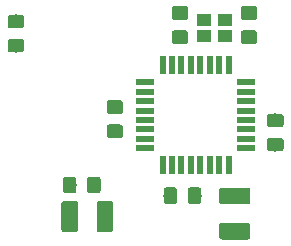
<source format=gbr>
G04 #@! TF.GenerationSoftware,KiCad,Pcbnew,(5.1.2-1)-1*
G04 #@! TF.CreationDate,2020-02-16T12:27:45-05:00*
G04 #@! TF.ProjectId,Delibird,44656c69-6269-4726-942e-6b696361645f,rev?*
G04 #@! TF.SameCoordinates,Original*
G04 #@! TF.FileFunction,Paste,Top*
G04 #@! TF.FilePolarity,Positive*
%FSLAX46Y46*%
G04 Gerber Fmt 4.6, Leading zero omitted, Abs format (unit mm)*
G04 Created by KiCad (PCBNEW (5.1.2-1)-1) date 2020-02-16 12:27:45*
%MOMM*%
%LPD*%
G04 APERTURE LIST*
%ADD10R,0.550000X1.600000*%
%ADD11R,1.600000X0.550000*%
%ADD12R,1.150000X1.000000*%
%ADD13C,0.100000*%
%ADD14C,1.425000*%
%ADD15C,1.150000*%
G04 APERTURE END LIST*
D10*
X37579000Y-29074000D03*
X36779000Y-29074000D03*
X35979000Y-29074000D03*
X35179000Y-29074000D03*
X34379000Y-29074000D03*
X33579000Y-29074000D03*
X32779000Y-29074000D03*
X31979000Y-29074000D03*
D11*
X30529000Y-27624000D03*
X30529000Y-26824000D03*
X30529000Y-26024000D03*
X30529000Y-25224000D03*
X30529000Y-24424000D03*
X30529000Y-23624000D03*
X30529000Y-22824000D03*
X30529000Y-22024000D03*
D10*
X31979000Y-20574000D03*
X32779000Y-20574000D03*
X33579000Y-20574000D03*
X34379000Y-20574000D03*
X35179000Y-20574000D03*
X35979000Y-20574000D03*
X36779000Y-20574000D03*
X37579000Y-20574000D03*
D11*
X39029000Y-22024000D03*
X39029000Y-22824000D03*
X39029000Y-23624000D03*
X39029000Y-24424000D03*
X39029000Y-25224000D03*
X39029000Y-26024000D03*
X39029000Y-26824000D03*
X39029000Y-27624000D03*
D12*
X35497800Y-16749800D03*
X37247800Y-16749800D03*
X37247800Y-18149800D03*
X35497800Y-18149800D03*
D13*
G36*
X39199504Y-33923204D02*
G01*
X39223773Y-33926804D01*
X39247571Y-33932765D01*
X39270671Y-33941030D01*
X39292849Y-33951520D01*
X39313893Y-33964133D01*
X39333598Y-33978747D01*
X39351777Y-33995223D01*
X39368253Y-34013402D01*
X39382867Y-34033107D01*
X39395480Y-34054151D01*
X39405970Y-34076329D01*
X39414235Y-34099429D01*
X39420196Y-34123227D01*
X39423796Y-34147496D01*
X39425000Y-34172000D01*
X39425000Y-35097000D01*
X39423796Y-35121504D01*
X39420196Y-35145773D01*
X39414235Y-35169571D01*
X39405970Y-35192671D01*
X39395480Y-35214849D01*
X39382867Y-35235893D01*
X39368253Y-35255598D01*
X39351777Y-35273777D01*
X39333598Y-35290253D01*
X39313893Y-35304867D01*
X39292849Y-35317480D01*
X39270671Y-35327970D01*
X39247571Y-35336235D01*
X39223773Y-35342196D01*
X39199504Y-35345796D01*
X39175000Y-35347000D01*
X37025000Y-35347000D01*
X37000496Y-35345796D01*
X36976227Y-35342196D01*
X36952429Y-35336235D01*
X36929329Y-35327970D01*
X36907151Y-35317480D01*
X36886107Y-35304867D01*
X36866402Y-35290253D01*
X36848223Y-35273777D01*
X36831747Y-35255598D01*
X36817133Y-35235893D01*
X36804520Y-35214849D01*
X36794030Y-35192671D01*
X36785765Y-35169571D01*
X36779804Y-35145773D01*
X36776204Y-35121504D01*
X36775000Y-35097000D01*
X36775000Y-34172000D01*
X36776204Y-34147496D01*
X36779804Y-34123227D01*
X36785765Y-34099429D01*
X36794030Y-34076329D01*
X36804520Y-34054151D01*
X36817133Y-34033107D01*
X36831747Y-34013402D01*
X36848223Y-33995223D01*
X36866402Y-33978747D01*
X36886107Y-33964133D01*
X36907151Y-33951520D01*
X36929329Y-33941030D01*
X36952429Y-33932765D01*
X36976227Y-33926804D01*
X37000496Y-33923204D01*
X37025000Y-33922000D01*
X39175000Y-33922000D01*
X39199504Y-33923204D01*
X39199504Y-33923204D01*
G37*
D14*
X38100000Y-34634500D03*
D13*
G36*
X39199504Y-30948204D02*
G01*
X39223773Y-30951804D01*
X39247571Y-30957765D01*
X39270671Y-30966030D01*
X39292849Y-30976520D01*
X39313893Y-30989133D01*
X39333598Y-31003747D01*
X39351777Y-31020223D01*
X39368253Y-31038402D01*
X39382867Y-31058107D01*
X39395480Y-31079151D01*
X39405970Y-31101329D01*
X39414235Y-31124429D01*
X39420196Y-31148227D01*
X39423796Y-31172496D01*
X39425000Y-31197000D01*
X39425000Y-32122000D01*
X39423796Y-32146504D01*
X39420196Y-32170773D01*
X39414235Y-32194571D01*
X39405970Y-32217671D01*
X39395480Y-32239849D01*
X39382867Y-32260893D01*
X39368253Y-32280598D01*
X39351777Y-32298777D01*
X39333598Y-32315253D01*
X39313893Y-32329867D01*
X39292849Y-32342480D01*
X39270671Y-32352970D01*
X39247571Y-32361235D01*
X39223773Y-32367196D01*
X39199504Y-32370796D01*
X39175000Y-32372000D01*
X37025000Y-32372000D01*
X37000496Y-32370796D01*
X36976227Y-32367196D01*
X36952429Y-32361235D01*
X36929329Y-32352970D01*
X36907151Y-32342480D01*
X36886107Y-32329867D01*
X36866402Y-32315253D01*
X36848223Y-32298777D01*
X36831747Y-32280598D01*
X36817133Y-32260893D01*
X36804520Y-32239849D01*
X36794030Y-32217671D01*
X36785765Y-32194571D01*
X36779804Y-32170773D01*
X36776204Y-32146504D01*
X36775000Y-32122000D01*
X36775000Y-31197000D01*
X36776204Y-31172496D01*
X36779804Y-31148227D01*
X36785765Y-31124429D01*
X36794030Y-31101329D01*
X36804520Y-31079151D01*
X36817133Y-31058107D01*
X36831747Y-31038402D01*
X36848223Y-31020223D01*
X36866402Y-31003747D01*
X36886107Y-30989133D01*
X36907151Y-30976520D01*
X36929329Y-30966030D01*
X36952429Y-30957765D01*
X36976227Y-30951804D01*
X37000496Y-30948204D01*
X37025000Y-30947000D01*
X39175000Y-30947000D01*
X39199504Y-30948204D01*
X39199504Y-30948204D01*
G37*
D14*
X38100000Y-31659500D03*
D13*
G36*
X27592004Y-32077204D02*
G01*
X27616273Y-32080804D01*
X27640071Y-32086765D01*
X27663171Y-32095030D01*
X27685349Y-32105520D01*
X27706393Y-32118133D01*
X27726098Y-32132747D01*
X27744277Y-32149223D01*
X27760753Y-32167402D01*
X27775367Y-32187107D01*
X27787980Y-32208151D01*
X27798470Y-32230329D01*
X27806735Y-32253429D01*
X27812696Y-32277227D01*
X27816296Y-32301496D01*
X27817500Y-32326000D01*
X27817500Y-34476000D01*
X27816296Y-34500504D01*
X27812696Y-34524773D01*
X27806735Y-34548571D01*
X27798470Y-34571671D01*
X27787980Y-34593849D01*
X27775367Y-34614893D01*
X27760753Y-34634598D01*
X27744277Y-34652777D01*
X27726098Y-34669253D01*
X27706393Y-34683867D01*
X27685349Y-34696480D01*
X27663171Y-34706970D01*
X27640071Y-34715235D01*
X27616273Y-34721196D01*
X27592004Y-34724796D01*
X27567500Y-34726000D01*
X26642500Y-34726000D01*
X26617996Y-34724796D01*
X26593727Y-34721196D01*
X26569929Y-34715235D01*
X26546829Y-34706970D01*
X26524651Y-34696480D01*
X26503607Y-34683867D01*
X26483902Y-34669253D01*
X26465723Y-34652777D01*
X26449247Y-34634598D01*
X26434633Y-34614893D01*
X26422020Y-34593849D01*
X26411530Y-34571671D01*
X26403265Y-34548571D01*
X26397304Y-34524773D01*
X26393704Y-34500504D01*
X26392500Y-34476000D01*
X26392500Y-32326000D01*
X26393704Y-32301496D01*
X26397304Y-32277227D01*
X26403265Y-32253429D01*
X26411530Y-32230329D01*
X26422020Y-32208151D01*
X26434633Y-32187107D01*
X26449247Y-32167402D01*
X26465723Y-32149223D01*
X26483902Y-32132747D01*
X26503607Y-32118133D01*
X26524651Y-32105520D01*
X26546829Y-32095030D01*
X26569929Y-32086765D01*
X26593727Y-32080804D01*
X26617996Y-32077204D01*
X26642500Y-32076000D01*
X27567500Y-32076000D01*
X27592004Y-32077204D01*
X27592004Y-32077204D01*
G37*
D14*
X27105000Y-33401000D03*
D13*
G36*
X24617004Y-32077204D02*
G01*
X24641273Y-32080804D01*
X24665071Y-32086765D01*
X24688171Y-32095030D01*
X24710349Y-32105520D01*
X24731393Y-32118133D01*
X24751098Y-32132747D01*
X24769277Y-32149223D01*
X24785753Y-32167402D01*
X24800367Y-32187107D01*
X24812980Y-32208151D01*
X24823470Y-32230329D01*
X24831735Y-32253429D01*
X24837696Y-32277227D01*
X24841296Y-32301496D01*
X24842500Y-32326000D01*
X24842500Y-34476000D01*
X24841296Y-34500504D01*
X24837696Y-34524773D01*
X24831735Y-34548571D01*
X24823470Y-34571671D01*
X24812980Y-34593849D01*
X24800367Y-34614893D01*
X24785753Y-34634598D01*
X24769277Y-34652777D01*
X24751098Y-34669253D01*
X24731393Y-34683867D01*
X24710349Y-34696480D01*
X24688171Y-34706970D01*
X24665071Y-34715235D01*
X24641273Y-34721196D01*
X24617004Y-34724796D01*
X24592500Y-34726000D01*
X23667500Y-34726000D01*
X23642996Y-34724796D01*
X23618727Y-34721196D01*
X23594929Y-34715235D01*
X23571829Y-34706970D01*
X23549651Y-34696480D01*
X23528607Y-34683867D01*
X23508902Y-34669253D01*
X23490723Y-34652777D01*
X23474247Y-34634598D01*
X23459633Y-34614893D01*
X23447020Y-34593849D01*
X23436530Y-34571671D01*
X23428265Y-34548571D01*
X23422304Y-34524773D01*
X23418704Y-34500504D01*
X23417500Y-34476000D01*
X23417500Y-32326000D01*
X23418704Y-32301496D01*
X23422304Y-32277227D01*
X23428265Y-32253429D01*
X23436530Y-32230329D01*
X23447020Y-32208151D01*
X23459633Y-32187107D01*
X23474247Y-32167402D01*
X23490723Y-32149223D01*
X23508902Y-32132747D01*
X23528607Y-32118133D01*
X23549651Y-32105520D01*
X23571829Y-32095030D01*
X23594929Y-32086765D01*
X23618727Y-32080804D01*
X23642996Y-32077204D01*
X23667500Y-32076000D01*
X24592500Y-32076000D01*
X24617004Y-32077204D01*
X24617004Y-32077204D01*
G37*
D14*
X24130000Y-33401000D03*
D13*
G36*
X32988505Y-30924204D02*
G01*
X33012773Y-30927804D01*
X33036572Y-30933765D01*
X33059671Y-30942030D01*
X33081850Y-30952520D01*
X33102893Y-30965132D01*
X33122599Y-30979747D01*
X33140777Y-30996223D01*
X33157253Y-31014401D01*
X33171868Y-31034107D01*
X33184480Y-31055150D01*
X33194970Y-31077329D01*
X33203235Y-31100428D01*
X33209196Y-31124227D01*
X33212796Y-31148495D01*
X33214000Y-31172999D01*
X33214000Y-32073001D01*
X33212796Y-32097505D01*
X33209196Y-32121773D01*
X33203235Y-32145572D01*
X33194970Y-32168671D01*
X33184480Y-32190850D01*
X33171868Y-32211893D01*
X33157253Y-32231599D01*
X33140777Y-32249777D01*
X33122599Y-32266253D01*
X33102893Y-32280868D01*
X33081850Y-32293480D01*
X33059671Y-32303970D01*
X33036572Y-32312235D01*
X33012773Y-32318196D01*
X32988505Y-32321796D01*
X32964001Y-32323000D01*
X32313999Y-32323000D01*
X32289495Y-32321796D01*
X32265227Y-32318196D01*
X32241428Y-32312235D01*
X32218329Y-32303970D01*
X32196150Y-32293480D01*
X32175107Y-32280868D01*
X32155401Y-32266253D01*
X32137223Y-32249777D01*
X32120747Y-32231599D01*
X32106132Y-32211893D01*
X32093520Y-32190850D01*
X32083030Y-32168671D01*
X32074765Y-32145572D01*
X32068804Y-32121773D01*
X32065204Y-32097505D01*
X32064000Y-32073001D01*
X32064000Y-31172999D01*
X32065204Y-31148495D01*
X32068804Y-31124227D01*
X32074765Y-31100428D01*
X32083030Y-31077329D01*
X32093520Y-31055150D01*
X32106132Y-31034107D01*
X32120747Y-31014401D01*
X32137223Y-30996223D01*
X32155401Y-30979747D01*
X32175107Y-30965132D01*
X32196150Y-30952520D01*
X32218329Y-30942030D01*
X32241428Y-30933765D01*
X32265227Y-30927804D01*
X32289495Y-30924204D01*
X32313999Y-30923000D01*
X32964001Y-30923000D01*
X32988505Y-30924204D01*
X32988505Y-30924204D01*
G37*
D15*
X32639000Y-31623000D03*
D13*
G36*
X35038505Y-30924204D02*
G01*
X35062773Y-30927804D01*
X35086572Y-30933765D01*
X35109671Y-30942030D01*
X35131850Y-30952520D01*
X35152893Y-30965132D01*
X35172599Y-30979747D01*
X35190777Y-30996223D01*
X35207253Y-31014401D01*
X35221868Y-31034107D01*
X35234480Y-31055150D01*
X35244970Y-31077329D01*
X35253235Y-31100428D01*
X35259196Y-31124227D01*
X35262796Y-31148495D01*
X35264000Y-31172999D01*
X35264000Y-32073001D01*
X35262796Y-32097505D01*
X35259196Y-32121773D01*
X35253235Y-32145572D01*
X35244970Y-32168671D01*
X35234480Y-32190850D01*
X35221868Y-32211893D01*
X35207253Y-32231599D01*
X35190777Y-32249777D01*
X35172599Y-32266253D01*
X35152893Y-32280868D01*
X35131850Y-32293480D01*
X35109671Y-32303970D01*
X35086572Y-32312235D01*
X35062773Y-32318196D01*
X35038505Y-32321796D01*
X35014001Y-32323000D01*
X34363999Y-32323000D01*
X34339495Y-32321796D01*
X34315227Y-32318196D01*
X34291428Y-32312235D01*
X34268329Y-32303970D01*
X34246150Y-32293480D01*
X34225107Y-32280868D01*
X34205401Y-32266253D01*
X34187223Y-32249777D01*
X34170747Y-32231599D01*
X34156132Y-32211893D01*
X34143520Y-32190850D01*
X34133030Y-32168671D01*
X34124765Y-32145572D01*
X34118804Y-32121773D01*
X34115204Y-32097505D01*
X34114000Y-32073001D01*
X34114000Y-31172999D01*
X34115204Y-31148495D01*
X34118804Y-31124227D01*
X34124765Y-31100428D01*
X34133030Y-31077329D01*
X34143520Y-31055150D01*
X34156132Y-31034107D01*
X34170747Y-31014401D01*
X34187223Y-30996223D01*
X34205401Y-30979747D01*
X34225107Y-30965132D01*
X34246150Y-30952520D01*
X34268329Y-30942030D01*
X34291428Y-30933765D01*
X34315227Y-30927804D01*
X34339495Y-30924204D01*
X34363999Y-30923000D01*
X35014001Y-30923000D01*
X35038505Y-30924204D01*
X35038505Y-30924204D01*
G37*
D15*
X34689000Y-31623000D03*
D13*
G36*
X42003505Y-26740204D02*
G01*
X42027773Y-26743804D01*
X42051572Y-26749765D01*
X42074671Y-26758030D01*
X42096850Y-26768520D01*
X42117893Y-26781132D01*
X42137599Y-26795747D01*
X42155777Y-26812223D01*
X42172253Y-26830401D01*
X42186868Y-26850107D01*
X42199480Y-26871150D01*
X42209970Y-26893329D01*
X42218235Y-26916428D01*
X42224196Y-26940227D01*
X42227796Y-26964495D01*
X42229000Y-26988999D01*
X42229000Y-27639001D01*
X42227796Y-27663505D01*
X42224196Y-27687773D01*
X42218235Y-27711572D01*
X42209970Y-27734671D01*
X42199480Y-27756850D01*
X42186868Y-27777893D01*
X42172253Y-27797599D01*
X42155777Y-27815777D01*
X42137599Y-27832253D01*
X42117893Y-27846868D01*
X42096850Y-27859480D01*
X42074671Y-27869970D01*
X42051572Y-27878235D01*
X42027773Y-27884196D01*
X42003505Y-27887796D01*
X41979001Y-27889000D01*
X41078999Y-27889000D01*
X41054495Y-27887796D01*
X41030227Y-27884196D01*
X41006428Y-27878235D01*
X40983329Y-27869970D01*
X40961150Y-27859480D01*
X40940107Y-27846868D01*
X40920401Y-27832253D01*
X40902223Y-27815777D01*
X40885747Y-27797599D01*
X40871132Y-27777893D01*
X40858520Y-27756850D01*
X40848030Y-27734671D01*
X40839765Y-27711572D01*
X40833804Y-27687773D01*
X40830204Y-27663505D01*
X40829000Y-27639001D01*
X40829000Y-26988999D01*
X40830204Y-26964495D01*
X40833804Y-26940227D01*
X40839765Y-26916428D01*
X40848030Y-26893329D01*
X40858520Y-26871150D01*
X40871132Y-26850107D01*
X40885747Y-26830401D01*
X40902223Y-26812223D01*
X40920401Y-26795747D01*
X40940107Y-26781132D01*
X40961150Y-26768520D01*
X40983329Y-26758030D01*
X41006428Y-26749765D01*
X41030227Y-26743804D01*
X41054495Y-26740204D01*
X41078999Y-26739000D01*
X41979001Y-26739000D01*
X42003505Y-26740204D01*
X42003505Y-26740204D01*
G37*
D15*
X41529000Y-27314000D03*
D13*
G36*
X42003505Y-24690204D02*
G01*
X42027773Y-24693804D01*
X42051572Y-24699765D01*
X42074671Y-24708030D01*
X42096850Y-24718520D01*
X42117893Y-24731132D01*
X42137599Y-24745747D01*
X42155777Y-24762223D01*
X42172253Y-24780401D01*
X42186868Y-24800107D01*
X42199480Y-24821150D01*
X42209970Y-24843329D01*
X42218235Y-24866428D01*
X42224196Y-24890227D01*
X42227796Y-24914495D01*
X42229000Y-24938999D01*
X42229000Y-25589001D01*
X42227796Y-25613505D01*
X42224196Y-25637773D01*
X42218235Y-25661572D01*
X42209970Y-25684671D01*
X42199480Y-25706850D01*
X42186868Y-25727893D01*
X42172253Y-25747599D01*
X42155777Y-25765777D01*
X42137599Y-25782253D01*
X42117893Y-25796868D01*
X42096850Y-25809480D01*
X42074671Y-25819970D01*
X42051572Y-25828235D01*
X42027773Y-25834196D01*
X42003505Y-25837796D01*
X41979001Y-25839000D01*
X41078999Y-25839000D01*
X41054495Y-25837796D01*
X41030227Y-25834196D01*
X41006428Y-25828235D01*
X40983329Y-25819970D01*
X40961150Y-25809480D01*
X40940107Y-25796868D01*
X40920401Y-25782253D01*
X40902223Y-25765777D01*
X40885747Y-25747599D01*
X40871132Y-25727893D01*
X40858520Y-25706850D01*
X40848030Y-25684671D01*
X40839765Y-25661572D01*
X40833804Y-25637773D01*
X40830204Y-25613505D01*
X40829000Y-25589001D01*
X40829000Y-24938999D01*
X40830204Y-24914495D01*
X40833804Y-24890227D01*
X40839765Y-24866428D01*
X40848030Y-24843329D01*
X40858520Y-24821150D01*
X40871132Y-24800107D01*
X40885747Y-24780401D01*
X40902223Y-24762223D01*
X40920401Y-24745747D01*
X40940107Y-24731132D01*
X40961150Y-24718520D01*
X40983329Y-24708030D01*
X41006428Y-24699765D01*
X41030227Y-24693804D01*
X41054495Y-24690204D01*
X41078999Y-24689000D01*
X41979001Y-24689000D01*
X42003505Y-24690204D01*
X42003505Y-24690204D01*
G37*
D15*
X41529000Y-25264000D03*
D13*
G36*
X28414505Y-25606204D02*
G01*
X28438773Y-25609804D01*
X28462572Y-25615765D01*
X28485671Y-25624030D01*
X28507850Y-25634520D01*
X28528893Y-25647132D01*
X28548599Y-25661747D01*
X28566777Y-25678223D01*
X28583253Y-25696401D01*
X28597868Y-25716107D01*
X28610480Y-25737150D01*
X28620970Y-25759329D01*
X28629235Y-25782428D01*
X28635196Y-25806227D01*
X28638796Y-25830495D01*
X28640000Y-25854999D01*
X28640000Y-26505001D01*
X28638796Y-26529505D01*
X28635196Y-26553773D01*
X28629235Y-26577572D01*
X28620970Y-26600671D01*
X28610480Y-26622850D01*
X28597868Y-26643893D01*
X28583253Y-26663599D01*
X28566777Y-26681777D01*
X28548599Y-26698253D01*
X28528893Y-26712868D01*
X28507850Y-26725480D01*
X28485671Y-26735970D01*
X28462572Y-26744235D01*
X28438773Y-26750196D01*
X28414505Y-26753796D01*
X28390001Y-26755000D01*
X27489999Y-26755000D01*
X27465495Y-26753796D01*
X27441227Y-26750196D01*
X27417428Y-26744235D01*
X27394329Y-26735970D01*
X27372150Y-26725480D01*
X27351107Y-26712868D01*
X27331401Y-26698253D01*
X27313223Y-26681777D01*
X27296747Y-26663599D01*
X27282132Y-26643893D01*
X27269520Y-26622850D01*
X27259030Y-26600671D01*
X27250765Y-26577572D01*
X27244804Y-26553773D01*
X27241204Y-26529505D01*
X27240000Y-26505001D01*
X27240000Y-25854999D01*
X27241204Y-25830495D01*
X27244804Y-25806227D01*
X27250765Y-25782428D01*
X27259030Y-25759329D01*
X27269520Y-25737150D01*
X27282132Y-25716107D01*
X27296747Y-25696401D01*
X27313223Y-25678223D01*
X27331401Y-25661747D01*
X27351107Y-25647132D01*
X27372150Y-25634520D01*
X27394329Y-25624030D01*
X27417428Y-25615765D01*
X27441227Y-25609804D01*
X27465495Y-25606204D01*
X27489999Y-25605000D01*
X28390001Y-25605000D01*
X28414505Y-25606204D01*
X28414505Y-25606204D01*
G37*
D15*
X27940000Y-26180000D03*
D13*
G36*
X28414505Y-23556204D02*
G01*
X28438773Y-23559804D01*
X28462572Y-23565765D01*
X28485671Y-23574030D01*
X28507850Y-23584520D01*
X28528893Y-23597132D01*
X28548599Y-23611747D01*
X28566777Y-23628223D01*
X28583253Y-23646401D01*
X28597868Y-23666107D01*
X28610480Y-23687150D01*
X28620970Y-23709329D01*
X28629235Y-23732428D01*
X28635196Y-23756227D01*
X28638796Y-23780495D01*
X28640000Y-23804999D01*
X28640000Y-24455001D01*
X28638796Y-24479505D01*
X28635196Y-24503773D01*
X28629235Y-24527572D01*
X28620970Y-24550671D01*
X28610480Y-24572850D01*
X28597868Y-24593893D01*
X28583253Y-24613599D01*
X28566777Y-24631777D01*
X28548599Y-24648253D01*
X28528893Y-24662868D01*
X28507850Y-24675480D01*
X28485671Y-24685970D01*
X28462572Y-24694235D01*
X28438773Y-24700196D01*
X28414505Y-24703796D01*
X28390001Y-24705000D01*
X27489999Y-24705000D01*
X27465495Y-24703796D01*
X27441227Y-24700196D01*
X27417428Y-24694235D01*
X27394329Y-24685970D01*
X27372150Y-24675480D01*
X27351107Y-24662868D01*
X27331401Y-24648253D01*
X27313223Y-24631777D01*
X27296747Y-24613599D01*
X27282132Y-24593893D01*
X27269520Y-24572850D01*
X27259030Y-24550671D01*
X27250765Y-24527572D01*
X27244804Y-24503773D01*
X27241204Y-24479505D01*
X27240000Y-24455001D01*
X27240000Y-23804999D01*
X27241204Y-23780495D01*
X27244804Y-23756227D01*
X27250765Y-23732428D01*
X27259030Y-23709329D01*
X27269520Y-23687150D01*
X27282132Y-23666107D01*
X27296747Y-23646401D01*
X27313223Y-23628223D01*
X27331401Y-23611747D01*
X27351107Y-23597132D01*
X27372150Y-23584520D01*
X27394329Y-23574030D01*
X27417428Y-23565765D01*
X27441227Y-23559804D01*
X27465495Y-23556204D01*
X27489999Y-23555000D01*
X28390001Y-23555000D01*
X28414505Y-23556204D01*
X28414505Y-23556204D01*
G37*
D15*
X27940000Y-24130000D03*
D13*
G36*
X20032505Y-18358204D02*
G01*
X20056773Y-18361804D01*
X20080572Y-18367765D01*
X20103671Y-18376030D01*
X20125850Y-18386520D01*
X20146893Y-18399132D01*
X20166599Y-18413747D01*
X20184777Y-18430223D01*
X20201253Y-18448401D01*
X20215868Y-18468107D01*
X20228480Y-18489150D01*
X20238970Y-18511329D01*
X20247235Y-18534428D01*
X20253196Y-18558227D01*
X20256796Y-18582495D01*
X20258000Y-18606999D01*
X20258000Y-19257001D01*
X20256796Y-19281505D01*
X20253196Y-19305773D01*
X20247235Y-19329572D01*
X20238970Y-19352671D01*
X20228480Y-19374850D01*
X20215868Y-19395893D01*
X20201253Y-19415599D01*
X20184777Y-19433777D01*
X20166599Y-19450253D01*
X20146893Y-19464868D01*
X20125850Y-19477480D01*
X20103671Y-19487970D01*
X20080572Y-19496235D01*
X20056773Y-19502196D01*
X20032505Y-19505796D01*
X20008001Y-19507000D01*
X19107999Y-19507000D01*
X19083495Y-19505796D01*
X19059227Y-19502196D01*
X19035428Y-19496235D01*
X19012329Y-19487970D01*
X18990150Y-19477480D01*
X18969107Y-19464868D01*
X18949401Y-19450253D01*
X18931223Y-19433777D01*
X18914747Y-19415599D01*
X18900132Y-19395893D01*
X18887520Y-19374850D01*
X18877030Y-19352671D01*
X18868765Y-19329572D01*
X18862804Y-19305773D01*
X18859204Y-19281505D01*
X18858000Y-19257001D01*
X18858000Y-18606999D01*
X18859204Y-18582495D01*
X18862804Y-18558227D01*
X18868765Y-18534428D01*
X18877030Y-18511329D01*
X18887520Y-18489150D01*
X18900132Y-18468107D01*
X18914747Y-18448401D01*
X18931223Y-18430223D01*
X18949401Y-18413747D01*
X18969107Y-18399132D01*
X18990150Y-18386520D01*
X19012329Y-18376030D01*
X19035428Y-18367765D01*
X19059227Y-18361804D01*
X19083495Y-18358204D01*
X19107999Y-18357000D01*
X20008001Y-18357000D01*
X20032505Y-18358204D01*
X20032505Y-18358204D01*
G37*
D15*
X19558000Y-18932000D03*
D13*
G36*
X20032505Y-16308204D02*
G01*
X20056773Y-16311804D01*
X20080572Y-16317765D01*
X20103671Y-16326030D01*
X20125850Y-16336520D01*
X20146893Y-16349132D01*
X20166599Y-16363747D01*
X20184777Y-16380223D01*
X20201253Y-16398401D01*
X20215868Y-16418107D01*
X20228480Y-16439150D01*
X20238970Y-16461329D01*
X20247235Y-16484428D01*
X20253196Y-16508227D01*
X20256796Y-16532495D01*
X20258000Y-16556999D01*
X20258000Y-17207001D01*
X20256796Y-17231505D01*
X20253196Y-17255773D01*
X20247235Y-17279572D01*
X20238970Y-17302671D01*
X20228480Y-17324850D01*
X20215868Y-17345893D01*
X20201253Y-17365599D01*
X20184777Y-17383777D01*
X20166599Y-17400253D01*
X20146893Y-17414868D01*
X20125850Y-17427480D01*
X20103671Y-17437970D01*
X20080572Y-17446235D01*
X20056773Y-17452196D01*
X20032505Y-17455796D01*
X20008001Y-17457000D01*
X19107999Y-17457000D01*
X19083495Y-17455796D01*
X19059227Y-17452196D01*
X19035428Y-17446235D01*
X19012329Y-17437970D01*
X18990150Y-17427480D01*
X18969107Y-17414868D01*
X18949401Y-17400253D01*
X18931223Y-17383777D01*
X18914747Y-17365599D01*
X18900132Y-17345893D01*
X18887520Y-17324850D01*
X18877030Y-17302671D01*
X18868765Y-17279572D01*
X18862804Y-17255773D01*
X18859204Y-17231505D01*
X18858000Y-17207001D01*
X18858000Y-16556999D01*
X18859204Y-16532495D01*
X18862804Y-16508227D01*
X18868765Y-16484428D01*
X18877030Y-16461329D01*
X18887520Y-16439150D01*
X18900132Y-16418107D01*
X18914747Y-16398401D01*
X18931223Y-16380223D01*
X18949401Y-16363747D01*
X18969107Y-16349132D01*
X18990150Y-16336520D01*
X19012329Y-16326030D01*
X19035428Y-16317765D01*
X19059227Y-16311804D01*
X19083495Y-16308204D01*
X19107999Y-16307000D01*
X20008001Y-16307000D01*
X20032505Y-16308204D01*
X20032505Y-16308204D01*
G37*
D15*
X19558000Y-16882000D03*
D13*
G36*
X33926305Y-15588004D02*
G01*
X33950573Y-15591604D01*
X33974372Y-15597565D01*
X33997471Y-15605830D01*
X34019650Y-15616320D01*
X34040693Y-15628932D01*
X34060399Y-15643547D01*
X34078577Y-15660023D01*
X34095053Y-15678201D01*
X34109668Y-15697907D01*
X34122280Y-15718950D01*
X34132770Y-15741129D01*
X34141035Y-15764228D01*
X34146996Y-15788027D01*
X34150596Y-15812295D01*
X34151800Y-15836799D01*
X34151800Y-16486801D01*
X34150596Y-16511305D01*
X34146996Y-16535573D01*
X34141035Y-16559372D01*
X34132770Y-16582471D01*
X34122280Y-16604650D01*
X34109668Y-16625693D01*
X34095053Y-16645399D01*
X34078577Y-16663577D01*
X34060399Y-16680053D01*
X34040693Y-16694668D01*
X34019650Y-16707280D01*
X33997471Y-16717770D01*
X33974372Y-16726035D01*
X33950573Y-16731996D01*
X33926305Y-16735596D01*
X33901801Y-16736800D01*
X33001799Y-16736800D01*
X32977295Y-16735596D01*
X32953027Y-16731996D01*
X32929228Y-16726035D01*
X32906129Y-16717770D01*
X32883950Y-16707280D01*
X32862907Y-16694668D01*
X32843201Y-16680053D01*
X32825023Y-16663577D01*
X32808547Y-16645399D01*
X32793932Y-16625693D01*
X32781320Y-16604650D01*
X32770830Y-16582471D01*
X32762565Y-16559372D01*
X32756604Y-16535573D01*
X32753004Y-16511305D01*
X32751800Y-16486801D01*
X32751800Y-15836799D01*
X32753004Y-15812295D01*
X32756604Y-15788027D01*
X32762565Y-15764228D01*
X32770830Y-15741129D01*
X32781320Y-15718950D01*
X32793932Y-15697907D01*
X32808547Y-15678201D01*
X32825023Y-15660023D01*
X32843201Y-15643547D01*
X32862907Y-15628932D01*
X32883950Y-15616320D01*
X32906129Y-15605830D01*
X32929228Y-15597565D01*
X32953027Y-15591604D01*
X32977295Y-15588004D01*
X33001799Y-15586800D01*
X33901801Y-15586800D01*
X33926305Y-15588004D01*
X33926305Y-15588004D01*
G37*
D15*
X33451800Y-16161800D03*
D13*
G36*
X33926305Y-17638004D02*
G01*
X33950573Y-17641604D01*
X33974372Y-17647565D01*
X33997471Y-17655830D01*
X34019650Y-17666320D01*
X34040693Y-17678932D01*
X34060399Y-17693547D01*
X34078577Y-17710023D01*
X34095053Y-17728201D01*
X34109668Y-17747907D01*
X34122280Y-17768950D01*
X34132770Y-17791129D01*
X34141035Y-17814228D01*
X34146996Y-17838027D01*
X34150596Y-17862295D01*
X34151800Y-17886799D01*
X34151800Y-18536801D01*
X34150596Y-18561305D01*
X34146996Y-18585573D01*
X34141035Y-18609372D01*
X34132770Y-18632471D01*
X34122280Y-18654650D01*
X34109668Y-18675693D01*
X34095053Y-18695399D01*
X34078577Y-18713577D01*
X34060399Y-18730053D01*
X34040693Y-18744668D01*
X34019650Y-18757280D01*
X33997471Y-18767770D01*
X33974372Y-18776035D01*
X33950573Y-18781996D01*
X33926305Y-18785596D01*
X33901801Y-18786800D01*
X33001799Y-18786800D01*
X32977295Y-18785596D01*
X32953027Y-18781996D01*
X32929228Y-18776035D01*
X32906129Y-18767770D01*
X32883950Y-18757280D01*
X32862907Y-18744668D01*
X32843201Y-18730053D01*
X32825023Y-18713577D01*
X32808547Y-18695399D01*
X32793932Y-18675693D01*
X32781320Y-18654650D01*
X32770830Y-18632471D01*
X32762565Y-18609372D01*
X32756604Y-18585573D01*
X32753004Y-18561305D01*
X32751800Y-18536801D01*
X32751800Y-17886799D01*
X32753004Y-17862295D01*
X32756604Y-17838027D01*
X32762565Y-17814228D01*
X32770830Y-17791129D01*
X32781320Y-17768950D01*
X32793932Y-17747907D01*
X32808547Y-17728201D01*
X32825023Y-17710023D01*
X32843201Y-17693547D01*
X32862907Y-17678932D01*
X32883950Y-17666320D01*
X32906129Y-17655830D01*
X32929228Y-17647565D01*
X32953027Y-17641604D01*
X32977295Y-17638004D01*
X33001799Y-17636800D01*
X33901801Y-17636800D01*
X33926305Y-17638004D01*
X33926305Y-17638004D01*
G37*
D15*
X33451800Y-18211800D03*
D13*
G36*
X39768305Y-15588004D02*
G01*
X39792573Y-15591604D01*
X39816372Y-15597565D01*
X39839471Y-15605830D01*
X39861650Y-15616320D01*
X39882693Y-15628932D01*
X39902399Y-15643547D01*
X39920577Y-15660023D01*
X39937053Y-15678201D01*
X39951668Y-15697907D01*
X39964280Y-15718950D01*
X39974770Y-15741129D01*
X39983035Y-15764228D01*
X39988996Y-15788027D01*
X39992596Y-15812295D01*
X39993800Y-15836799D01*
X39993800Y-16486801D01*
X39992596Y-16511305D01*
X39988996Y-16535573D01*
X39983035Y-16559372D01*
X39974770Y-16582471D01*
X39964280Y-16604650D01*
X39951668Y-16625693D01*
X39937053Y-16645399D01*
X39920577Y-16663577D01*
X39902399Y-16680053D01*
X39882693Y-16694668D01*
X39861650Y-16707280D01*
X39839471Y-16717770D01*
X39816372Y-16726035D01*
X39792573Y-16731996D01*
X39768305Y-16735596D01*
X39743801Y-16736800D01*
X38843799Y-16736800D01*
X38819295Y-16735596D01*
X38795027Y-16731996D01*
X38771228Y-16726035D01*
X38748129Y-16717770D01*
X38725950Y-16707280D01*
X38704907Y-16694668D01*
X38685201Y-16680053D01*
X38667023Y-16663577D01*
X38650547Y-16645399D01*
X38635932Y-16625693D01*
X38623320Y-16604650D01*
X38612830Y-16582471D01*
X38604565Y-16559372D01*
X38598604Y-16535573D01*
X38595004Y-16511305D01*
X38593800Y-16486801D01*
X38593800Y-15836799D01*
X38595004Y-15812295D01*
X38598604Y-15788027D01*
X38604565Y-15764228D01*
X38612830Y-15741129D01*
X38623320Y-15718950D01*
X38635932Y-15697907D01*
X38650547Y-15678201D01*
X38667023Y-15660023D01*
X38685201Y-15643547D01*
X38704907Y-15628932D01*
X38725950Y-15616320D01*
X38748129Y-15605830D01*
X38771228Y-15597565D01*
X38795027Y-15591604D01*
X38819295Y-15588004D01*
X38843799Y-15586800D01*
X39743801Y-15586800D01*
X39768305Y-15588004D01*
X39768305Y-15588004D01*
G37*
D15*
X39293800Y-16161800D03*
D13*
G36*
X39768305Y-17638004D02*
G01*
X39792573Y-17641604D01*
X39816372Y-17647565D01*
X39839471Y-17655830D01*
X39861650Y-17666320D01*
X39882693Y-17678932D01*
X39902399Y-17693547D01*
X39920577Y-17710023D01*
X39937053Y-17728201D01*
X39951668Y-17747907D01*
X39964280Y-17768950D01*
X39974770Y-17791129D01*
X39983035Y-17814228D01*
X39988996Y-17838027D01*
X39992596Y-17862295D01*
X39993800Y-17886799D01*
X39993800Y-18536801D01*
X39992596Y-18561305D01*
X39988996Y-18585573D01*
X39983035Y-18609372D01*
X39974770Y-18632471D01*
X39964280Y-18654650D01*
X39951668Y-18675693D01*
X39937053Y-18695399D01*
X39920577Y-18713577D01*
X39902399Y-18730053D01*
X39882693Y-18744668D01*
X39861650Y-18757280D01*
X39839471Y-18767770D01*
X39816372Y-18776035D01*
X39792573Y-18781996D01*
X39768305Y-18785596D01*
X39743801Y-18786800D01*
X38843799Y-18786800D01*
X38819295Y-18785596D01*
X38795027Y-18781996D01*
X38771228Y-18776035D01*
X38748129Y-18767770D01*
X38725950Y-18757280D01*
X38704907Y-18744668D01*
X38685201Y-18730053D01*
X38667023Y-18713577D01*
X38650547Y-18695399D01*
X38635932Y-18675693D01*
X38623320Y-18654650D01*
X38612830Y-18632471D01*
X38604565Y-18609372D01*
X38598604Y-18585573D01*
X38595004Y-18561305D01*
X38593800Y-18536801D01*
X38593800Y-17886799D01*
X38595004Y-17862295D01*
X38598604Y-17838027D01*
X38604565Y-17814228D01*
X38612830Y-17791129D01*
X38623320Y-17768950D01*
X38635932Y-17747907D01*
X38650547Y-17728201D01*
X38667023Y-17710023D01*
X38685201Y-17693547D01*
X38704907Y-17678932D01*
X38725950Y-17666320D01*
X38748129Y-17655830D01*
X38771228Y-17647565D01*
X38795027Y-17641604D01*
X38819295Y-17638004D01*
X38843799Y-17636800D01*
X39743801Y-17636800D01*
X39768305Y-17638004D01*
X39768305Y-17638004D01*
G37*
D15*
X39293800Y-18211800D03*
D13*
G36*
X26520505Y-30035204D02*
G01*
X26544773Y-30038804D01*
X26568572Y-30044765D01*
X26591671Y-30053030D01*
X26613850Y-30063520D01*
X26634893Y-30076132D01*
X26654599Y-30090747D01*
X26672777Y-30107223D01*
X26689253Y-30125401D01*
X26703868Y-30145107D01*
X26716480Y-30166150D01*
X26726970Y-30188329D01*
X26735235Y-30211428D01*
X26741196Y-30235227D01*
X26744796Y-30259495D01*
X26746000Y-30283999D01*
X26746000Y-31184001D01*
X26744796Y-31208505D01*
X26741196Y-31232773D01*
X26735235Y-31256572D01*
X26726970Y-31279671D01*
X26716480Y-31301850D01*
X26703868Y-31322893D01*
X26689253Y-31342599D01*
X26672777Y-31360777D01*
X26654599Y-31377253D01*
X26634893Y-31391868D01*
X26613850Y-31404480D01*
X26591671Y-31414970D01*
X26568572Y-31423235D01*
X26544773Y-31429196D01*
X26520505Y-31432796D01*
X26496001Y-31434000D01*
X25845999Y-31434000D01*
X25821495Y-31432796D01*
X25797227Y-31429196D01*
X25773428Y-31423235D01*
X25750329Y-31414970D01*
X25728150Y-31404480D01*
X25707107Y-31391868D01*
X25687401Y-31377253D01*
X25669223Y-31360777D01*
X25652747Y-31342599D01*
X25638132Y-31322893D01*
X25625520Y-31301850D01*
X25615030Y-31279671D01*
X25606765Y-31256572D01*
X25600804Y-31232773D01*
X25597204Y-31208505D01*
X25596000Y-31184001D01*
X25596000Y-30283999D01*
X25597204Y-30259495D01*
X25600804Y-30235227D01*
X25606765Y-30211428D01*
X25615030Y-30188329D01*
X25625520Y-30166150D01*
X25638132Y-30145107D01*
X25652747Y-30125401D01*
X25669223Y-30107223D01*
X25687401Y-30090747D01*
X25707107Y-30076132D01*
X25728150Y-30063520D01*
X25750329Y-30053030D01*
X25773428Y-30044765D01*
X25797227Y-30038804D01*
X25821495Y-30035204D01*
X25845999Y-30034000D01*
X26496001Y-30034000D01*
X26520505Y-30035204D01*
X26520505Y-30035204D01*
G37*
D15*
X26171000Y-30734000D03*
D13*
G36*
X24470505Y-30035204D02*
G01*
X24494773Y-30038804D01*
X24518572Y-30044765D01*
X24541671Y-30053030D01*
X24563850Y-30063520D01*
X24584893Y-30076132D01*
X24604599Y-30090747D01*
X24622777Y-30107223D01*
X24639253Y-30125401D01*
X24653868Y-30145107D01*
X24666480Y-30166150D01*
X24676970Y-30188329D01*
X24685235Y-30211428D01*
X24691196Y-30235227D01*
X24694796Y-30259495D01*
X24696000Y-30283999D01*
X24696000Y-31184001D01*
X24694796Y-31208505D01*
X24691196Y-31232773D01*
X24685235Y-31256572D01*
X24676970Y-31279671D01*
X24666480Y-31301850D01*
X24653868Y-31322893D01*
X24639253Y-31342599D01*
X24622777Y-31360777D01*
X24604599Y-31377253D01*
X24584893Y-31391868D01*
X24563850Y-31404480D01*
X24541671Y-31414970D01*
X24518572Y-31423235D01*
X24494773Y-31429196D01*
X24470505Y-31432796D01*
X24446001Y-31434000D01*
X23795999Y-31434000D01*
X23771495Y-31432796D01*
X23747227Y-31429196D01*
X23723428Y-31423235D01*
X23700329Y-31414970D01*
X23678150Y-31404480D01*
X23657107Y-31391868D01*
X23637401Y-31377253D01*
X23619223Y-31360777D01*
X23602747Y-31342599D01*
X23588132Y-31322893D01*
X23575520Y-31301850D01*
X23565030Y-31279671D01*
X23556765Y-31256572D01*
X23550804Y-31232773D01*
X23547204Y-31208505D01*
X23546000Y-31184001D01*
X23546000Y-30283999D01*
X23547204Y-30259495D01*
X23550804Y-30235227D01*
X23556765Y-30211428D01*
X23565030Y-30188329D01*
X23575520Y-30166150D01*
X23588132Y-30145107D01*
X23602747Y-30125401D01*
X23619223Y-30107223D01*
X23637401Y-30090747D01*
X23657107Y-30076132D01*
X23678150Y-30063520D01*
X23700329Y-30053030D01*
X23723428Y-30044765D01*
X23747227Y-30038804D01*
X23771495Y-30035204D01*
X23795999Y-30034000D01*
X24446001Y-30034000D01*
X24470505Y-30035204D01*
X24470505Y-30035204D01*
G37*
D15*
X24121000Y-30734000D03*
M02*

</source>
